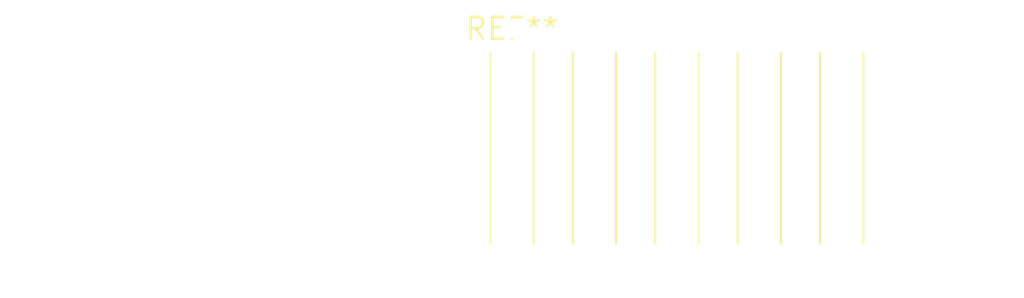
<source format=kicad_pcb>
(kicad_pcb (version 20240108) (generator pcbnew)
  (layers (0 "F.Cu" signal) (31 "B.Cu" signal) (34 "B.Paste" user) (35 "F.Paste" user) (36 "B.SilkS" user "B.Silkscreen") (37 "F.SilkS" user "F.Silkscreen") (38 "B.Mask" user) (39 "F.Mask" user) (44 "Edge.Cuts" user))
  (net 0 "")
  (footprint "SolderWire-0.5sqmm_1x05_P4.8mm_D0.9mm_OD2.3mm_Relief" (layer "F.Cu") (at 0 0)
    (property "Reference" "REF**")
    (property "Value" "SolderWire-0.5sqmm_1x05_P4.8mm_D0.9mm_OD2.3mm_Relief")
    (fp_line (start -1.26 1.41) (end -1.26 12.54) (layer "F.SilkS") (stroke (width 0.12)))
    (fp_line (start 1.26 1.41) (end 1.26 12.54) (layer "F.SilkS") (stroke (width 0.12)))
    (fp_line (start 3.54 1.41) (end 3.54 12.54) (layer "F.SilkS") (stroke (width 0.12)))
    (fp_line (start 6.06 1.41) (end 6.06 12.54) (layer "F.SilkS") (stroke (width 0.12)))
    (fp_line (start 8.34 1.41) (end 8.34 12.54) (layer "F.SilkS") (stroke (width 0.12)))
    (fp_line (start 10.86 1.41) (end 10.86 12.54) (layer "F.SilkS") (stroke (width 0.12)))
    (fp_line (start 13.14 1.41) (end 13.14 12.54) (layer "F.SilkS") (stroke (width 0.12)))
    (fp_line (start 15.66 1.41) (end 15.66 12.54) (layer "F.SilkS") (stroke (width 0.12)))
    (fp_line (start 17.94 1.41) (end 17.94 12.54) (layer "F.SilkS") (stroke (width 0.12)))
    (fp_line (start 20.46 1.41) (end 20.46 12.54) (layer "F.SilkS") (stroke (width 0.12)))
    (pad "" np_thru_hole circle (at 0 13.8) (size 2.8 2.8) (drill 2.8) (layers *.Cu *.Mask))
    (pad "" np_thru_hole circle (at 4.8 13.8) (size 2.8 2.8) (drill 2.8) (layers *.Cu *.Mask))
    (pad "" np_thru_hole circle (at 9.6 13.8) (size 2.8 2.8) (drill 2.8) (layers *.Cu *.Mask))
    (pad "" np_thru_hole circle (at 14.4 13.8) (size 2.8 2.8) (drill 2.8) (layers *.Cu *.Mask))
    (pad "" np_thru_hole circle (at 19.2 13.8) (size 2.8 2.8) (drill 2.8) (layers *.Cu *.Mask))
    (pad "1" thru_hole roundrect (at 0 0) (size 2.3 2.3) (drill 1.1) (layers *.Cu *.Mask) (remove_unused_layers) (roundrect_rratio 0.108696))
    (pad "2" thru_hole circle (at 4.8 0) (size 2.3 2.3) (drill 1.1) (layers *.Cu *.Mask) (remove_unused_layers))
    (pad "3" thru_hole circle (at 9.6 0) (size 2.3 2.3) (drill 1.1) (layers *.Cu *.Mask) (remove_unused_layers))
    (pad "4" thru_hole circle (at 14.4 0) (size 2.3 2.3) (drill 1.1) (layers *.Cu *.Mask) (remove_unused_layers))
    (pad "5" thru_hole circle (at 19.2 0) (size 2.3 2.3) (drill 1.1) (layers *.Cu *.Mask) (remove_unused_layers))
  )
)
</source>
